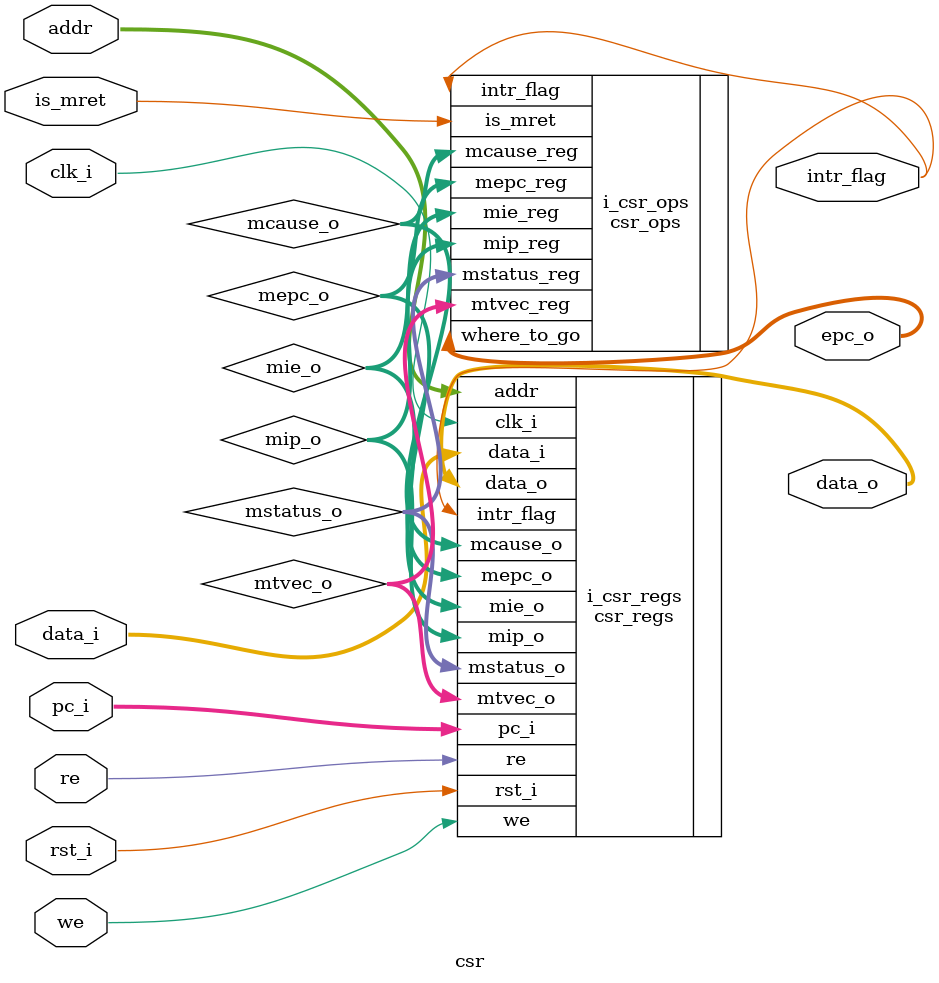
<source format=sv>

module csr #(
    parameter DW = 32,
    parameter ADDRW = 12

) (
    input  logic             clk_i,
    input  logic             rst_i,
    input  logic [ADDRW-1:0] addr,
    input  logic             we,
    input  logic             re,

    input  logic [DW-1:0]    pc_i,
    input  logic [DW-1:0]    data_i,

    input  logic             is_mret,
    output logic             intr_flag,
    output logic [DW-1:0]    data_o,
    output logic [DW-1:0]    epc_o

);

    logic [DW-1:0]    mstatus_o;
    logic [DW-1:0]    mie_o;
    logic [DW-1:0]    mtvec_o;
    logic [DW-1:0]    mepc_o;
    logic [DW-1:0]    mcause_o;
    logic [DW-1:0]    mip_o;


csr_regs # (
   .DW   (DW   ),
   .ADDRW(ADDRW)
) i_csr_regs(
   .clk_i    (clk_i    ),
   .rst_i    (rst_i    ),

   .intr_flag(intr_flag),
   .addr     (addr     ),
   .we       (we       ),
   .re       (re       ),

   .pc_i     (pc_i     ),
   .data_i   (data_i   ),

   .data_o   (data_o   ),

   //output from register file (read all registers in parallel)
   .mstatus_o(mstatus_o),
   .mie_o    (mie_o    ),
   .mtvec_o  (mtvec_o  ),
   .mepc_o   (mepc_o   ),
   .mcause_o (mcause_o ),
   .mip_o    (mip_o    )

);

csr_ops # (
   .DW(DW)
) i_csr_ops(

   .mstatus_reg(mstatus_o),
   .mie_reg    (mie_o    ),
   .mtvec_reg  (mtvec_o  ),
   .mepc_reg   (mepc_o   ),
   .mcause_reg (mcause_o ),
   .mip_reg    (mip_o    ),

   .is_mret    (is_mret  ),
   .intr_flag  (intr_flag),
   .where_to_go(epc_o    )

);


endmodule
</source>
